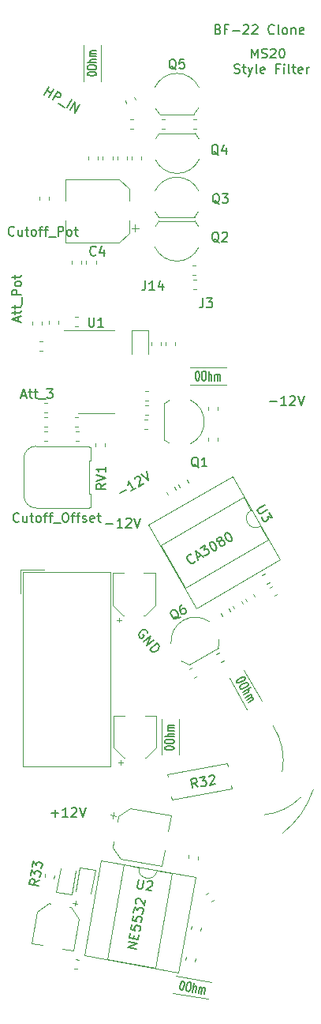
<source format=gbr>
G04 #@! TF.GenerationSoftware,KiCad,Pcbnew,(5.1.2-1)-1*
G04 #@! TF.CreationDate,2022-01-15T17:09:35-05:00*
G04 #@! TF.ProjectId,BF22 Clone,42463232-2043-46c6-9f6e-652e6b696361,rev?*
G04 #@! TF.SameCoordinates,Original*
G04 #@! TF.FileFunction,Legend,Top*
G04 #@! TF.FilePolarity,Positive*
%FSLAX46Y46*%
G04 Gerber Fmt 4.6, Leading zero omitted, Abs format (unit mm)*
G04 Created by KiCad (PCBNEW (5.1.2-1)-1) date 2022-01-15 17:09:35*
%MOMM*%
%LPD*%
G04 APERTURE LIST*
%ADD10C,0.120000*%
%ADD11C,0.150000*%
G04 APERTURE END LIST*
D10*
X44162088Y-96101022D02*
G75*
G02X40229999Y-97969999I-4502088J4401022D01*
G01*
X41177089Y-88410193D02*
G75*
G02X42169999Y-93409999I-5747089J-3739807D01*
G01*
X45491886Y-95283583D02*
G75*
G02X42199999Y-99949999I-9111886J2933583D01*
G01*
D11*
X38867142Y-16877380D02*
X38867142Y-15877380D01*
X39200476Y-16591666D01*
X39533809Y-15877380D01*
X39533809Y-16877380D01*
X39962380Y-16829761D02*
X40105238Y-16877380D01*
X40343333Y-16877380D01*
X40438571Y-16829761D01*
X40486190Y-16782142D01*
X40533809Y-16686904D01*
X40533809Y-16591666D01*
X40486190Y-16496428D01*
X40438571Y-16448809D01*
X40343333Y-16401190D01*
X40152857Y-16353571D01*
X40057619Y-16305952D01*
X40010000Y-16258333D01*
X39962380Y-16163095D01*
X39962380Y-16067857D01*
X40010000Y-15972619D01*
X40057619Y-15925000D01*
X40152857Y-15877380D01*
X40390952Y-15877380D01*
X40533809Y-15925000D01*
X40914761Y-15972619D02*
X40962380Y-15925000D01*
X41057619Y-15877380D01*
X41295714Y-15877380D01*
X41390952Y-15925000D01*
X41438571Y-15972619D01*
X41486190Y-16067857D01*
X41486190Y-16163095D01*
X41438571Y-16305952D01*
X40867142Y-16877380D01*
X41486190Y-16877380D01*
X42105238Y-15877380D02*
X42200476Y-15877380D01*
X42295714Y-15925000D01*
X42343333Y-15972619D01*
X42390952Y-16067857D01*
X42438571Y-16258333D01*
X42438571Y-16496428D01*
X42390952Y-16686904D01*
X42343333Y-16782142D01*
X42295714Y-16829761D01*
X42200476Y-16877380D01*
X42105238Y-16877380D01*
X42010000Y-16829761D01*
X41962380Y-16782142D01*
X41914761Y-16686904D01*
X41867142Y-16496428D01*
X41867142Y-16258333D01*
X41914761Y-16067857D01*
X41962380Y-15972619D01*
X42010000Y-15925000D01*
X42105238Y-15877380D01*
X37033809Y-18479761D02*
X37176666Y-18527380D01*
X37414761Y-18527380D01*
X37510000Y-18479761D01*
X37557619Y-18432142D01*
X37605238Y-18336904D01*
X37605238Y-18241666D01*
X37557619Y-18146428D01*
X37510000Y-18098809D01*
X37414761Y-18051190D01*
X37224285Y-18003571D01*
X37129047Y-17955952D01*
X37081428Y-17908333D01*
X37033809Y-17813095D01*
X37033809Y-17717857D01*
X37081428Y-17622619D01*
X37129047Y-17575000D01*
X37224285Y-17527380D01*
X37462380Y-17527380D01*
X37605238Y-17575000D01*
X37890952Y-17860714D02*
X38271904Y-17860714D01*
X38033809Y-17527380D02*
X38033809Y-18384523D01*
X38081428Y-18479761D01*
X38176666Y-18527380D01*
X38271904Y-18527380D01*
X38510000Y-17860714D02*
X38748095Y-18527380D01*
X38986190Y-17860714D02*
X38748095Y-18527380D01*
X38652857Y-18765476D01*
X38605238Y-18813095D01*
X38510000Y-18860714D01*
X39510000Y-18527380D02*
X39414761Y-18479761D01*
X39367142Y-18384523D01*
X39367142Y-17527380D01*
X40271904Y-18479761D02*
X40176666Y-18527380D01*
X39986190Y-18527380D01*
X39890952Y-18479761D01*
X39843333Y-18384523D01*
X39843333Y-18003571D01*
X39890952Y-17908333D01*
X39986190Y-17860714D01*
X40176666Y-17860714D01*
X40271904Y-17908333D01*
X40319523Y-18003571D01*
X40319523Y-18098809D01*
X39843333Y-18194047D01*
X41843333Y-18003571D02*
X41510000Y-18003571D01*
X41510000Y-18527380D02*
X41510000Y-17527380D01*
X41986190Y-17527380D01*
X42367142Y-18527380D02*
X42367142Y-17860714D01*
X42367142Y-17527380D02*
X42319523Y-17575000D01*
X42367142Y-17622619D01*
X42414761Y-17575000D01*
X42367142Y-17527380D01*
X42367142Y-17622619D01*
X42986190Y-18527380D02*
X42890952Y-18479761D01*
X42843333Y-18384523D01*
X42843333Y-17527380D01*
X43224285Y-17860714D02*
X43605238Y-17860714D01*
X43367142Y-17527380D02*
X43367142Y-18384523D01*
X43414761Y-18479761D01*
X43510000Y-18527380D01*
X43605238Y-18527380D01*
X44319523Y-18479761D02*
X44224285Y-18527380D01*
X44033809Y-18527380D01*
X43938571Y-18479761D01*
X43890952Y-18384523D01*
X43890952Y-18003571D01*
X43938571Y-17908333D01*
X44033809Y-17860714D01*
X44224285Y-17860714D01*
X44319523Y-17908333D01*
X44367142Y-18003571D01*
X44367142Y-18098809D01*
X43890952Y-18194047D01*
X44795714Y-18527380D02*
X44795714Y-17860714D01*
X44795714Y-18051190D02*
X44843333Y-17955952D01*
X44890952Y-17908333D01*
X44986190Y-17860714D01*
X45081428Y-17860714D01*
X35295238Y-13798571D02*
X35438095Y-13846190D01*
X35485714Y-13893809D01*
X35533333Y-13989047D01*
X35533333Y-14131904D01*
X35485714Y-14227142D01*
X35438095Y-14274761D01*
X35342857Y-14322380D01*
X34961904Y-14322380D01*
X34961904Y-13322380D01*
X35295238Y-13322380D01*
X35390476Y-13370000D01*
X35438095Y-13417619D01*
X35485714Y-13512857D01*
X35485714Y-13608095D01*
X35438095Y-13703333D01*
X35390476Y-13750952D01*
X35295238Y-13798571D01*
X34961904Y-13798571D01*
X36295238Y-13798571D02*
X35961904Y-13798571D01*
X35961904Y-14322380D02*
X35961904Y-13322380D01*
X36438095Y-13322380D01*
X36819047Y-13941428D02*
X37580952Y-13941428D01*
X38009523Y-13417619D02*
X38057142Y-13370000D01*
X38152380Y-13322380D01*
X38390476Y-13322380D01*
X38485714Y-13370000D01*
X38533333Y-13417619D01*
X38580952Y-13512857D01*
X38580952Y-13608095D01*
X38533333Y-13750952D01*
X37961904Y-14322380D01*
X38580952Y-14322380D01*
X38961904Y-13417619D02*
X39009523Y-13370000D01*
X39104761Y-13322380D01*
X39342857Y-13322380D01*
X39438095Y-13370000D01*
X39485714Y-13417619D01*
X39533333Y-13512857D01*
X39533333Y-13608095D01*
X39485714Y-13750952D01*
X38914285Y-14322380D01*
X39533333Y-14322380D01*
X41295238Y-14227142D02*
X41247619Y-14274761D01*
X41104761Y-14322380D01*
X41009523Y-14322380D01*
X40866666Y-14274761D01*
X40771428Y-14179523D01*
X40723809Y-14084285D01*
X40676190Y-13893809D01*
X40676190Y-13750952D01*
X40723809Y-13560476D01*
X40771428Y-13465238D01*
X40866666Y-13370000D01*
X41009523Y-13322380D01*
X41104761Y-13322380D01*
X41247619Y-13370000D01*
X41295238Y-13417619D01*
X41866666Y-14322380D02*
X41771428Y-14274761D01*
X41723809Y-14179523D01*
X41723809Y-13322380D01*
X42390476Y-14322380D02*
X42295238Y-14274761D01*
X42247619Y-14227142D01*
X42200000Y-14131904D01*
X42200000Y-13846190D01*
X42247619Y-13750952D01*
X42295238Y-13703333D01*
X42390476Y-13655714D01*
X42533333Y-13655714D01*
X42628571Y-13703333D01*
X42676190Y-13750952D01*
X42723809Y-13846190D01*
X42723809Y-14131904D01*
X42676190Y-14227142D01*
X42628571Y-14274761D01*
X42533333Y-14322380D01*
X42390476Y-14322380D01*
X43152380Y-13655714D02*
X43152380Y-14322380D01*
X43152380Y-13750952D02*
X43200000Y-13703333D01*
X43295238Y-13655714D01*
X43438095Y-13655714D01*
X43533333Y-13703333D01*
X43580952Y-13798571D01*
X43580952Y-14322380D01*
X44438095Y-14274761D02*
X44342857Y-14322380D01*
X44152380Y-14322380D01*
X44057142Y-14274761D01*
X44009523Y-14179523D01*
X44009523Y-13798571D01*
X44057142Y-13703333D01*
X44152380Y-13655714D01*
X44342857Y-13655714D01*
X44438095Y-13703333D01*
X44485714Y-13798571D01*
X44485714Y-13893809D01*
X44009523Y-13989047D01*
X17398095Y-97811428D02*
X18160000Y-97811428D01*
X17779047Y-98192380D02*
X17779047Y-97430476D01*
X19160000Y-98192380D02*
X18588571Y-98192380D01*
X18874285Y-98192380D02*
X18874285Y-97192380D01*
X18779047Y-97335238D01*
X18683809Y-97430476D01*
X18588571Y-97478095D01*
X19540952Y-97287619D02*
X19588571Y-97240000D01*
X19683809Y-97192380D01*
X19921904Y-97192380D01*
X20017142Y-97240000D01*
X20064761Y-97287619D01*
X20112380Y-97382857D01*
X20112380Y-97478095D01*
X20064761Y-97620952D01*
X19493333Y-98192380D01*
X20112380Y-98192380D01*
X20398095Y-97192380D02*
X20731428Y-98192380D01*
X21064761Y-97192380D01*
X27713279Y-78464953D02*
X27688539Y-78361387D01*
X27596712Y-78251952D01*
X27468407Y-78173126D01*
X27334233Y-78161388D01*
X27230667Y-78186127D01*
X27054145Y-78272085D01*
X26944710Y-78363911D01*
X26829406Y-78522825D01*
X26787058Y-78620522D01*
X26775319Y-78754696D01*
X26830668Y-78894740D01*
X26891886Y-78967697D01*
X27020191Y-79046523D01*
X27087278Y-79052392D01*
X27342626Y-78838129D01*
X27220191Y-78692216D01*
X27289802Y-79441915D02*
X28055846Y-78799127D01*
X27657109Y-79879654D01*
X28423154Y-79236867D01*
X27963199Y-80244437D02*
X28729243Y-79601650D01*
X28882288Y-79784041D01*
X28937636Y-79924085D01*
X28925897Y-80058260D01*
X28883550Y-80155956D01*
X28768245Y-80314870D01*
X28658810Y-80406697D01*
X28482288Y-80492654D01*
X28378723Y-80517394D01*
X28244548Y-80505655D01*
X28116243Y-80426829D01*
X27963199Y-80244437D01*
X23258095Y-66801428D02*
X24020000Y-66801428D01*
X25020000Y-67182380D02*
X24448571Y-67182380D01*
X24734285Y-67182380D02*
X24734285Y-66182380D01*
X24639047Y-66325238D01*
X24543809Y-66420476D01*
X24448571Y-66468095D01*
X25400952Y-66277619D02*
X25448571Y-66230000D01*
X25543809Y-66182380D01*
X25781904Y-66182380D01*
X25877142Y-66230000D01*
X25924761Y-66277619D01*
X25972380Y-66372857D01*
X25972380Y-66468095D01*
X25924761Y-66610952D01*
X25353333Y-67182380D01*
X25972380Y-67182380D01*
X26258095Y-66182380D02*
X26591428Y-67182380D01*
X26924761Y-66182380D01*
X13892380Y-66517142D02*
X13844761Y-66564761D01*
X13701904Y-66612380D01*
X13606666Y-66612380D01*
X13463809Y-66564761D01*
X13368571Y-66469523D01*
X13320952Y-66374285D01*
X13273333Y-66183809D01*
X13273333Y-66040952D01*
X13320952Y-65850476D01*
X13368571Y-65755238D01*
X13463809Y-65660000D01*
X13606666Y-65612380D01*
X13701904Y-65612380D01*
X13844761Y-65660000D01*
X13892380Y-65707619D01*
X14749523Y-65945714D02*
X14749523Y-66612380D01*
X14320952Y-65945714D02*
X14320952Y-66469523D01*
X14368571Y-66564761D01*
X14463809Y-66612380D01*
X14606666Y-66612380D01*
X14701904Y-66564761D01*
X14749523Y-66517142D01*
X15082857Y-65945714D02*
X15463809Y-65945714D01*
X15225714Y-65612380D02*
X15225714Y-66469523D01*
X15273333Y-66564761D01*
X15368571Y-66612380D01*
X15463809Y-66612380D01*
X15940000Y-66612380D02*
X15844761Y-66564761D01*
X15797142Y-66517142D01*
X15749523Y-66421904D01*
X15749523Y-66136190D01*
X15797142Y-66040952D01*
X15844761Y-65993333D01*
X15940000Y-65945714D01*
X16082857Y-65945714D01*
X16178095Y-65993333D01*
X16225714Y-66040952D01*
X16273333Y-66136190D01*
X16273333Y-66421904D01*
X16225714Y-66517142D01*
X16178095Y-66564761D01*
X16082857Y-66612380D01*
X15940000Y-66612380D01*
X16559047Y-65945714D02*
X16940000Y-65945714D01*
X16701904Y-66612380D02*
X16701904Y-65755238D01*
X16749523Y-65660000D01*
X16844761Y-65612380D01*
X16940000Y-65612380D01*
X17130476Y-65945714D02*
X17511428Y-65945714D01*
X17273333Y-66612380D02*
X17273333Y-65755238D01*
X17320952Y-65660000D01*
X17416190Y-65612380D01*
X17511428Y-65612380D01*
X17606666Y-66707619D02*
X18368571Y-66707619D01*
X18797142Y-65612380D02*
X18987619Y-65612380D01*
X19082857Y-65660000D01*
X19178095Y-65755238D01*
X19225714Y-65945714D01*
X19225714Y-66279047D01*
X19178095Y-66469523D01*
X19082857Y-66564761D01*
X18987619Y-66612380D01*
X18797142Y-66612380D01*
X18701904Y-66564761D01*
X18606666Y-66469523D01*
X18559047Y-66279047D01*
X18559047Y-65945714D01*
X18606666Y-65755238D01*
X18701904Y-65660000D01*
X18797142Y-65612380D01*
X19511428Y-65945714D02*
X19892380Y-65945714D01*
X19654285Y-66612380D02*
X19654285Y-65755238D01*
X19701904Y-65660000D01*
X19797142Y-65612380D01*
X19892380Y-65612380D01*
X20082857Y-65945714D02*
X20463809Y-65945714D01*
X20225714Y-66612380D02*
X20225714Y-65755238D01*
X20273333Y-65660000D01*
X20368571Y-65612380D01*
X20463809Y-65612380D01*
X20749523Y-66564761D02*
X20844761Y-66612380D01*
X21035238Y-66612380D01*
X21130476Y-66564761D01*
X21178095Y-66469523D01*
X21178095Y-66421904D01*
X21130476Y-66326666D01*
X21035238Y-66279047D01*
X20892380Y-66279047D01*
X20797142Y-66231428D01*
X20749523Y-66136190D01*
X20749523Y-66088571D01*
X20797142Y-65993333D01*
X20892380Y-65945714D01*
X21035238Y-65945714D01*
X21130476Y-65993333D01*
X21987619Y-66564761D02*
X21892380Y-66612380D01*
X21701904Y-66612380D01*
X21606666Y-66564761D01*
X21559047Y-66469523D01*
X21559047Y-66088571D01*
X21606666Y-65993333D01*
X21701904Y-65945714D01*
X21892380Y-65945714D01*
X21987619Y-65993333D01*
X22035238Y-66088571D01*
X22035238Y-66183809D01*
X21559047Y-66279047D01*
X22320952Y-65945714D02*
X22701904Y-65945714D01*
X22463809Y-65612380D02*
X22463809Y-66469523D01*
X22511428Y-66564761D01*
X22606666Y-66612380D01*
X22701904Y-66612380D01*
X32805900Y-70771199D02*
X32788471Y-70836248D01*
X32688562Y-70948916D01*
X32606084Y-70996535D01*
X32458556Y-71026724D01*
X32328459Y-70991865D01*
X32239600Y-70933195D01*
X32103123Y-70792048D01*
X32031694Y-70668330D01*
X31977695Y-70479563D01*
X31971316Y-70373275D01*
X32006175Y-70243177D01*
X32106084Y-70130509D01*
X32188562Y-70082890D01*
X32336090Y-70052701D01*
X32401139Y-70070131D01*
X33040577Y-70415766D02*
X33452970Y-70177670D01*
X33100955Y-70710821D02*
X32889630Y-69678128D01*
X33678306Y-70377487D01*
X33384502Y-69392414D02*
X33920613Y-69082890D01*
X33822414Y-69579471D01*
X33946132Y-69508043D01*
X34052420Y-69501663D01*
X34117469Y-69519093D01*
X34206327Y-69577762D01*
X34325375Y-69783959D01*
X34331755Y-69890247D01*
X34314325Y-69955295D01*
X34255656Y-70044154D01*
X34008220Y-70187011D01*
X33901932Y-70193391D01*
X33836883Y-70175961D01*
X34456724Y-68773367D02*
X34539203Y-68725747D01*
X34645491Y-68719368D01*
X34710540Y-68736798D01*
X34799398Y-68795467D01*
X34935875Y-68936614D01*
X35054923Y-69142811D01*
X35108922Y-69331578D01*
X35115302Y-69437866D01*
X35097872Y-69502915D01*
X35039203Y-69591773D01*
X34956724Y-69639392D01*
X34850436Y-69645772D01*
X34785387Y-69628342D01*
X34696529Y-69569673D01*
X34560051Y-69428525D01*
X34441004Y-69222329D01*
X34387005Y-69033562D01*
X34380625Y-68927274D01*
X34398055Y-68862225D01*
X34456724Y-68773367D01*
X35454557Y-68692139D02*
X35348268Y-68698519D01*
X35283220Y-68681089D01*
X35194361Y-68622420D01*
X35170552Y-68581181D01*
X35164172Y-68474893D01*
X35181602Y-68409844D01*
X35240271Y-68320986D01*
X35405228Y-68225747D01*
X35511516Y-68219368D01*
X35576565Y-68236798D01*
X35665423Y-68295467D01*
X35689233Y-68336706D01*
X35695613Y-68442994D01*
X35678183Y-68508043D01*
X35619514Y-68596901D01*
X35454557Y-68692139D01*
X35395887Y-68780998D01*
X35378458Y-68846047D01*
X35384837Y-68952335D01*
X35480076Y-69117292D01*
X35568934Y-69175961D01*
X35633983Y-69193391D01*
X35740271Y-69187011D01*
X35905228Y-69091773D01*
X35963897Y-69002915D01*
X35981327Y-68937866D01*
X35974947Y-68831578D01*
X35879709Y-68666620D01*
X35790851Y-68607951D01*
X35725802Y-68590521D01*
X35619514Y-68596901D01*
X36106296Y-67820986D02*
X36188775Y-67773367D01*
X36295063Y-67766987D01*
X36360112Y-67784417D01*
X36448970Y-67843086D01*
X36585448Y-67984233D01*
X36704495Y-68190430D01*
X36758494Y-68379197D01*
X36764874Y-68485485D01*
X36747444Y-68550534D01*
X36688775Y-68639392D01*
X36606296Y-68687011D01*
X36500008Y-68693391D01*
X36434959Y-68675961D01*
X36346101Y-68617292D01*
X36209624Y-68476144D01*
X36090576Y-68269948D01*
X36036577Y-68081181D01*
X36030197Y-67974893D01*
X36047627Y-67909844D01*
X36106296Y-67820986D01*
X14183333Y-53056666D02*
X14659523Y-53056666D01*
X14088095Y-53342380D02*
X14421428Y-52342380D01*
X14754761Y-53342380D01*
X14945238Y-52675714D02*
X15326190Y-52675714D01*
X15088095Y-52342380D02*
X15088095Y-53199523D01*
X15135714Y-53294761D01*
X15230952Y-53342380D01*
X15326190Y-53342380D01*
X15516666Y-52675714D02*
X15897619Y-52675714D01*
X15659523Y-52342380D02*
X15659523Y-53199523D01*
X15707142Y-53294761D01*
X15802380Y-53342380D01*
X15897619Y-53342380D01*
X15992857Y-53437619D02*
X16754761Y-53437619D01*
X16897619Y-52342380D02*
X17516666Y-52342380D01*
X17183333Y-52723333D01*
X17326190Y-52723333D01*
X17421428Y-52770952D01*
X17469047Y-52818571D01*
X17516666Y-52913809D01*
X17516666Y-53151904D01*
X17469047Y-53247142D01*
X17421428Y-53294761D01*
X17326190Y-53342380D01*
X17040476Y-53342380D01*
X16945238Y-53294761D01*
X16897619Y-53247142D01*
X13856666Y-45088571D02*
X13856666Y-44612380D01*
X14142380Y-45183809D02*
X13142380Y-44850476D01*
X14142380Y-44517142D01*
X13475714Y-44326666D02*
X13475714Y-43945714D01*
X13142380Y-44183809D02*
X13999523Y-44183809D01*
X14094761Y-44136190D01*
X14142380Y-44040952D01*
X14142380Y-43945714D01*
X13475714Y-43755238D02*
X13475714Y-43374285D01*
X13142380Y-43612380D02*
X13999523Y-43612380D01*
X14094761Y-43564761D01*
X14142380Y-43469523D01*
X14142380Y-43374285D01*
X14237619Y-43279047D02*
X14237619Y-42517142D01*
X14142380Y-42279047D02*
X13142380Y-42279047D01*
X13142380Y-41898095D01*
X13190000Y-41802857D01*
X13237619Y-41755238D01*
X13332857Y-41707619D01*
X13475714Y-41707619D01*
X13570952Y-41755238D01*
X13618571Y-41802857D01*
X13666190Y-41898095D01*
X13666190Y-42279047D01*
X14142380Y-41136190D02*
X14094761Y-41231428D01*
X14047142Y-41279047D01*
X13951904Y-41326666D01*
X13666190Y-41326666D01*
X13570952Y-41279047D01*
X13523333Y-41231428D01*
X13475714Y-41136190D01*
X13475714Y-40993333D01*
X13523333Y-40898095D01*
X13570952Y-40850476D01*
X13666190Y-40802857D01*
X13951904Y-40802857D01*
X14047142Y-40850476D01*
X14094761Y-40898095D01*
X14142380Y-40993333D01*
X14142380Y-41136190D01*
X13475714Y-40517142D02*
X13475714Y-40136190D01*
X13142380Y-40374285D02*
X13999523Y-40374285D01*
X14094761Y-40326666D01*
X14142380Y-40231428D01*
X14142380Y-40136190D01*
X13388571Y-35847142D02*
X13340952Y-35894761D01*
X13198095Y-35942380D01*
X13102857Y-35942380D01*
X12960000Y-35894761D01*
X12864761Y-35799523D01*
X12817142Y-35704285D01*
X12769523Y-35513809D01*
X12769523Y-35370952D01*
X12817142Y-35180476D01*
X12864761Y-35085238D01*
X12960000Y-34990000D01*
X13102857Y-34942380D01*
X13198095Y-34942380D01*
X13340952Y-34990000D01*
X13388571Y-35037619D01*
X14245714Y-35275714D02*
X14245714Y-35942380D01*
X13817142Y-35275714D02*
X13817142Y-35799523D01*
X13864761Y-35894761D01*
X13960000Y-35942380D01*
X14102857Y-35942380D01*
X14198095Y-35894761D01*
X14245714Y-35847142D01*
X14579047Y-35275714D02*
X14960000Y-35275714D01*
X14721904Y-34942380D02*
X14721904Y-35799523D01*
X14769523Y-35894761D01*
X14864761Y-35942380D01*
X14960000Y-35942380D01*
X15436190Y-35942380D02*
X15340952Y-35894761D01*
X15293333Y-35847142D01*
X15245714Y-35751904D01*
X15245714Y-35466190D01*
X15293333Y-35370952D01*
X15340952Y-35323333D01*
X15436190Y-35275714D01*
X15579047Y-35275714D01*
X15674285Y-35323333D01*
X15721904Y-35370952D01*
X15769523Y-35466190D01*
X15769523Y-35751904D01*
X15721904Y-35847142D01*
X15674285Y-35894761D01*
X15579047Y-35942380D01*
X15436190Y-35942380D01*
X16055238Y-35275714D02*
X16436190Y-35275714D01*
X16198095Y-35942380D02*
X16198095Y-35085238D01*
X16245714Y-34990000D01*
X16340952Y-34942380D01*
X16436190Y-34942380D01*
X16626666Y-35275714D02*
X17007619Y-35275714D01*
X16769523Y-35942380D02*
X16769523Y-35085238D01*
X16817142Y-34990000D01*
X16912380Y-34942380D01*
X17007619Y-34942380D01*
X17102857Y-36037619D02*
X17864761Y-36037619D01*
X18102857Y-35942380D02*
X18102857Y-34942380D01*
X18483809Y-34942380D01*
X18579047Y-34990000D01*
X18626666Y-35037619D01*
X18674285Y-35132857D01*
X18674285Y-35275714D01*
X18626666Y-35370952D01*
X18579047Y-35418571D01*
X18483809Y-35466190D01*
X18102857Y-35466190D01*
X19245714Y-35942380D02*
X19150476Y-35894761D01*
X19102857Y-35847142D01*
X19055238Y-35751904D01*
X19055238Y-35466190D01*
X19102857Y-35370952D01*
X19150476Y-35323333D01*
X19245714Y-35275714D01*
X19388571Y-35275714D01*
X19483809Y-35323333D01*
X19531428Y-35370952D01*
X19579047Y-35466190D01*
X19579047Y-35751904D01*
X19531428Y-35847142D01*
X19483809Y-35894761D01*
X19388571Y-35942380D01*
X19245714Y-35942380D01*
X19864761Y-35275714D02*
X20245714Y-35275714D01*
X20007619Y-34942380D02*
X20007619Y-35799523D01*
X20055238Y-35894761D01*
X20150476Y-35942380D01*
X20245714Y-35942380D01*
X16603617Y-20807487D02*
X17103617Y-19941462D01*
X16865522Y-20353855D02*
X17360394Y-20639569D01*
X17098489Y-21093201D02*
X17598489Y-20227176D01*
X17510882Y-21331297D02*
X18010882Y-20465271D01*
X18340796Y-20655747D01*
X18399465Y-20744606D01*
X18416895Y-20809655D01*
X18410515Y-20915943D01*
X18339087Y-21039661D01*
X18250229Y-21098330D01*
X18185180Y-21115760D01*
X18078892Y-21109380D01*
X17748977Y-20918904D01*
X18123092Y-21794728D02*
X18782921Y-22175680D01*
X19036736Y-22212249D02*
X19536736Y-21346224D01*
X19449129Y-22450344D02*
X19949129Y-21584319D01*
X19944001Y-22736059D01*
X20444001Y-21870033D01*
X26546580Y-112331261D02*
X25561773Y-112157613D01*
X26645808Y-111768514D01*
X25661000Y-111594865D01*
X26212646Y-111208599D02*
X26270529Y-110880330D01*
X26811187Y-110830601D02*
X26728498Y-111299557D01*
X25743690Y-111125909D01*
X25826379Y-110656953D01*
X25983490Y-109765937D02*
X25900800Y-110234893D01*
X26361487Y-110364478D01*
X26322861Y-110309313D01*
X26292503Y-110207253D01*
X26333848Y-109972775D01*
X26397281Y-109887253D01*
X26452446Y-109848626D01*
X26554506Y-109818269D01*
X26788984Y-109859613D01*
X26874506Y-109923047D01*
X26913133Y-109978212D01*
X26943491Y-110080272D01*
X26902146Y-110314750D01*
X26838712Y-110400272D01*
X26783548Y-110438899D01*
X26148869Y-108828025D02*
X26066179Y-109296981D01*
X26526866Y-109426566D01*
X26488240Y-109371401D01*
X26457882Y-109269341D01*
X26499227Y-109034863D01*
X26562660Y-108949341D01*
X26617825Y-108910714D01*
X26719885Y-108880356D01*
X26954363Y-108921701D01*
X27039885Y-108985135D01*
X27078512Y-109040299D01*
X27108870Y-109142360D01*
X27067525Y-109376838D01*
X27004091Y-109462360D01*
X26948927Y-109500986D01*
X26215021Y-108452860D02*
X26322517Y-107843217D01*
X26639799Y-108237638D01*
X26664606Y-108096951D01*
X26728040Y-108011429D01*
X26783204Y-107972802D01*
X26885264Y-107942444D01*
X27119742Y-107983789D01*
X27205265Y-108047223D01*
X27243891Y-108102387D01*
X27274249Y-108204447D01*
X27224635Y-108485821D01*
X27161202Y-108571343D01*
X27106037Y-108609970D01*
X26482460Y-107484590D02*
X26443833Y-107429425D01*
X26413476Y-107327365D01*
X26454820Y-107092887D01*
X26518254Y-107007365D01*
X26573419Y-106968738D01*
X26675479Y-106938380D01*
X26769270Y-106954918D01*
X26901688Y-107026621D01*
X27365208Y-107688596D01*
X27472704Y-107078953D01*
D10*
X17662512Y-104787226D02*
X17721992Y-104449896D01*
X16658008Y-104610104D02*
X16717488Y-104272774D01*
X29839663Y-93610242D02*
X29896967Y-93935229D01*
X36280306Y-92474583D02*
X29839663Y-93610242D01*
X36337610Y-92799570D02*
X36280306Y-92474583D01*
X30315459Y-96308616D02*
X30258155Y-95983629D01*
X36756102Y-95172957D02*
X30315459Y-96308616D01*
X36698798Y-94847970D02*
X36756102Y-95172957D01*
X26373750Y-35501250D02*
X26373750Y-34713750D01*
X26767500Y-35107500D02*
X25980000Y-35107500D01*
X25740000Y-30914437D02*
X24675563Y-29850000D01*
X25740000Y-35605563D02*
X24675563Y-36670000D01*
X25740000Y-35605563D02*
X25740000Y-34320000D01*
X25740000Y-30914437D02*
X25740000Y-32200000D01*
X24675563Y-29850000D02*
X18920000Y-29850000D01*
X24675563Y-36670000D02*
X18920000Y-36670000D01*
X18920000Y-36670000D02*
X18920000Y-34320000D01*
X18920000Y-29850000D02*
X18920000Y-32200000D01*
X30430824Y-117053685D02*
X34212486Y-117720494D01*
X30750337Y-115241639D02*
X34531999Y-115908448D01*
X29230000Y-87710000D02*
X29230000Y-91550000D01*
X31070000Y-87710000D02*
X31070000Y-91550000D01*
X20880000Y-15530000D02*
X20880000Y-19370000D01*
X22720000Y-15530000D02*
X22720000Y-19370000D01*
X32290000Y-51900000D02*
X36130000Y-51900000D01*
X32290000Y-50060000D02*
X36130000Y-50060000D01*
X39996743Y-85753064D02*
X38076743Y-82427527D01*
X38403257Y-86673064D02*
X36483257Y-83347527D01*
X35399692Y-79202008D02*
G75*
G02X35309338Y-80093878I-2574199J-189723D01*
G01*
X34316792Y-77261936D02*
G75*
G03X31525493Y-77140065I-1491299J-2129795D01*
G01*
X30235387Y-79618336D02*
G75*
G02X31525493Y-77140065I2590106J226605D01*
G01*
X31374088Y-81526192D02*
G75*
G03X32191647Y-81893878I1451405J2134461D01*
G01*
X32191647Y-81893878D02*
X35309338Y-80093878D01*
X33184184Y-22242795D02*
G75*
G02X32660000Y-22970000I-2324184J1122795D01*
G01*
X33216400Y-20021193D02*
G75*
G03X30860000Y-18520000I-2356400J-1098807D01*
G01*
X28503600Y-20021193D02*
G75*
G02X30860000Y-18520000I2356400J-1098807D01*
G01*
X28535816Y-22242795D02*
G75*
G03X29060000Y-22970000I2324184J1122795D01*
G01*
X29060000Y-22970000D02*
X32660000Y-22970000D01*
X41953943Y-70622675D02*
X36813943Y-61719934D01*
X32947279Y-75822675D02*
X41953943Y-70622675D01*
X27807279Y-66919934D02*
X32947279Y-75822675D01*
X36813943Y-61719934D02*
X27807279Y-66919934D01*
X40656982Y-68496272D02*
X39831982Y-67067330D01*
X31754241Y-73636272D02*
X40656982Y-68496272D01*
X29104241Y-69046337D02*
X31754241Y-73636272D01*
X38006982Y-63906337D02*
X29104241Y-69046337D01*
X38831982Y-65335279D02*
X38006982Y-63906337D01*
X39831982Y-67067331D02*
G75*
G02X38831982Y-65335279I-500000J866026D01*
G01*
X14430000Y-62300000D02*
X14430000Y-61280000D01*
X21200000Y-58480000D02*
X19280000Y-58480000D01*
X20760000Y-65100000D02*
X19720000Y-65100000D01*
X21650000Y-58580000D02*
X21650000Y-60000000D01*
X21450000Y-60000000D02*
X21450000Y-63580000D01*
X21450000Y-63580000D02*
X21650000Y-63580000D01*
X21650000Y-63580000D02*
X21650000Y-65000000D01*
X21650000Y-65000000D02*
X21450000Y-65000000D01*
X14430000Y-61280000D02*
X14430000Y-59790000D01*
X15740000Y-58480000D02*
X19280000Y-58480000D01*
X19720000Y-65100000D02*
X15740000Y-65100000D01*
X14430000Y-63790000D02*
X14430000Y-62300000D01*
X14430000Y-59790000D02*
G75*
G02X15740000Y-58480000I1310000J0D01*
G01*
X15740000Y-65100000D02*
G75*
G02X14430000Y-63790000I0J1310000D01*
G01*
X21450000Y-60000000D02*
X21650000Y-60000000D01*
X21650000Y-58580000D02*
X21450000Y-58580000D01*
X21450000Y-58580000D02*
X21450000Y-58480000D01*
X21450000Y-58480000D02*
X21200000Y-58480000D01*
X21450000Y-65000000D02*
X21450000Y-65100000D01*
X21450000Y-65100000D02*
X20760000Y-65100000D01*
X24440000Y-77090000D02*
X24940000Y-77090000D01*
X24690000Y-77340000D02*
X24690000Y-76840000D01*
X27445563Y-76600000D02*
X28510000Y-75535563D01*
X25054437Y-76600000D02*
X23990000Y-75535563D01*
X25054437Y-76600000D02*
X25190000Y-76600000D01*
X27445563Y-76600000D02*
X27310000Y-76600000D01*
X28510000Y-75535563D02*
X28510000Y-72080000D01*
X23990000Y-75535563D02*
X23990000Y-72080000D01*
X23990000Y-72080000D02*
X25190000Y-72080000D01*
X28510000Y-72080000D02*
X27310000Y-72080000D01*
X24540000Y-92350000D02*
X25040000Y-92350000D01*
X24790000Y-92600000D02*
X24790000Y-92100000D01*
X27545563Y-91860000D02*
X28610000Y-90795563D01*
X25154437Y-91860000D02*
X24090000Y-90795563D01*
X25154437Y-91860000D02*
X25290000Y-91860000D01*
X27545563Y-91860000D02*
X27410000Y-91860000D01*
X28610000Y-90795563D02*
X28610000Y-87340000D01*
X24090000Y-90795563D02*
X24090000Y-87340000D01*
X24090000Y-87340000D02*
X25290000Y-87340000D01*
X28610000Y-87340000D02*
X27410000Y-87340000D01*
X24092196Y-97742587D02*
X23983665Y-98358092D01*
X23730178Y-97996074D02*
X24345683Y-98104604D01*
X23995008Y-101475485D02*
X24858436Y-102708588D01*
X24583871Y-98135877D02*
X25816974Y-97272449D01*
X24583871Y-98135877D02*
X24473507Y-98761785D01*
X23995008Y-101475485D02*
X24105373Y-100849577D01*
X24858436Y-102708588D02*
X29246309Y-103482288D01*
X25816974Y-97272449D02*
X30204847Y-98046150D01*
X30204847Y-98046150D02*
X29909645Y-99720323D01*
X29246309Y-103482288D02*
X29541511Y-101808115D01*
X20169483Y-107507262D02*
X19677079Y-107420438D01*
X19966693Y-107217648D02*
X19879869Y-107710052D01*
X17124493Y-107467907D02*
X15891390Y-108331335D01*
X19479293Y-107883122D02*
X20342721Y-109116225D01*
X19479293Y-107883122D02*
X19345789Y-107859582D01*
X17124493Y-107467907D02*
X17257997Y-107491447D01*
X15891390Y-108331335D02*
X15291338Y-111734401D01*
X20342721Y-109116225D02*
X19742669Y-112519290D01*
X19742669Y-112519290D02*
X18560899Y-112310913D01*
X15291338Y-111734401D02*
X16473107Y-111942778D01*
X20301267Y-56930000D02*
X19958733Y-56930000D01*
X20301267Y-57950000D02*
X19958733Y-57950000D01*
X32568733Y-40150000D02*
X32911267Y-40150000D01*
X32568733Y-39130000D02*
X32911267Y-39130000D01*
X29198733Y-23450000D02*
X29541267Y-23450000D01*
X29198733Y-24470000D02*
X29541267Y-24470000D01*
X40317107Y-72145054D02*
X40020463Y-72316321D01*
X40827107Y-73028399D02*
X40530463Y-73199666D01*
X39254687Y-74607425D02*
X39083420Y-74310781D01*
X38371342Y-75117425D02*
X38200075Y-74820781D01*
X34859020Y-107090594D02*
X34596624Y-107310771D01*
X34203376Y-106309229D02*
X33940980Y-106529406D01*
X27750000Y-46020000D02*
X26050000Y-46020000D01*
X26050000Y-46020000D02*
X26050000Y-48570000D01*
X27750000Y-46020000D02*
X27750000Y-48570000D01*
X22082359Y-103914852D02*
X21639556Y-106426112D01*
X20408186Y-103619650D02*
X19965383Y-106130910D01*
X22082359Y-103914852D02*
X20408186Y-103619650D01*
X17917625Y-106226778D02*
X19591798Y-106521980D01*
X19591798Y-106521980D02*
X20034601Y-104010720D01*
X17917625Y-106226778D02*
X18360428Y-103715518D01*
X23715000Y-71970000D02*
X23715000Y-92830000D01*
X23715000Y-92830000D02*
X14365000Y-92830000D01*
X14365000Y-92830000D02*
X14365000Y-71970000D01*
X14365000Y-71970000D02*
X23715000Y-71970000D01*
X14115000Y-71720000D02*
X14115000Y-74260000D01*
X14115000Y-71720000D02*
X16655000Y-71720000D01*
X30087736Y-58182383D02*
G75*
G02X29500000Y-57790000I1112264J2302383D01*
G01*
X32298807Y-58236400D02*
G75*
G03X33800000Y-55880000I-1098807J2356400D01*
G01*
X32298807Y-53523600D02*
G75*
G02X33800000Y-55880000I-1098807J-2356400D01*
G01*
X30077955Y-53557369D02*
G75*
G03X29500000Y-53940000I1122045J-2322631D01*
G01*
X29500000Y-53940000D02*
X29500000Y-57790000D01*
X32800000Y-34350000D02*
X28950000Y-34350000D01*
X33182631Y-34927955D02*
G75*
G03X32800000Y-34350000I-2322631J-1122045D01*
G01*
X33216400Y-37148807D02*
G75*
G02X30860000Y-38650000I-2356400J1098807D01*
G01*
X28503600Y-37148807D02*
G75*
G03X30860000Y-38650000I2356400J1098807D01*
G01*
X28557617Y-34937736D02*
G75*
G02X28950000Y-34350000I2302383J-1112264D01*
G01*
X28915001Y-33945000D02*
X32765001Y-33945000D01*
X28532370Y-33367045D02*
G75*
G03X28915001Y-33945000I2322631J1122045D01*
G01*
X28498601Y-31146193D02*
G75*
G02X30855001Y-29645000I2356400J-1098807D01*
G01*
X33211401Y-31146193D02*
G75*
G03X30855001Y-29645000I-2356400J-1098807D01*
G01*
X33157384Y-33357264D02*
G75*
G02X32765001Y-33945000I-2302383J1112264D01*
G01*
X28587617Y-25537736D02*
G75*
G02X28980000Y-24950000I2302383J-1112264D01*
G01*
X28533600Y-27748807D02*
G75*
G03X30890000Y-29250000I2356400J1098807D01*
G01*
X33246400Y-27748807D02*
G75*
G02X30890000Y-29250000I-2356400J1098807D01*
G01*
X33212631Y-25527955D02*
G75*
G03X32830000Y-24950000I-2322631J-1122045D01*
G01*
X32830000Y-24950000D02*
X28980000Y-24950000D01*
X16931267Y-54860000D02*
X16588733Y-54860000D01*
X16931267Y-53840000D02*
X16588733Y-53840000D01*
X16931267Y-55370000D02*
X16588733Y-55370000D01*
X16931267Y-56390000D02*
X16588733Y-56390000D01*
X16573733Y-57940000D02*
X16916267Y-57940000D01*
X16573733Y-56920000D02*
X16916267Y-56920000D01*
X16330000Y-45451267D02*
X16330000Y-45108733D01*
X15310000Y-45451267D02*
X15310000Y-45108733D01*
X16411267Y-47230000D02*
X16068733Y-47230000D01*
X16411267Y-48250000D02*
X16068733Y-48250000D01*
X17090000Y-45421267D02*
X17090000Y-45078733D01*
X18110000Y-45421267D02*
X18110000Y-45078733D01*
X20231267Y-45600000D02*
X19888733Y-45600000D01*
X20231267Y-44580000D02*
X19888733Y-44580000D01*
X20291267Y-56410000D02*
X19948733Y-56410000D01*
X20291267Y-55390000D02*
X19948733Y-55390000D01*
X22100000Y-58541267D02*
X22100000Y-58198733D01*
X23120000Y-58541267D02*
X23120000Y-58198733D01*
X27438733Y-53580000D02*
X27781267Y-53580000D01*
X27438733Y-52560000D02*
X27781267Y-52560000D01*
X27418733Y-55110000D02*
X27761267Y-55110000D01*
X27418733Y-54090000D02*
X27761267Y-54090000D01*
X27741267Y-56640000D02*
X27398733Y-56640000D01*
X27741267Y-55620000D02*
X27398733Y-55620000D01*
X34240000Y-57608733D02*
X34240000Y-57951267D01*
X35260000Y-57608733D02*
X35260000Y-57951267D01*
X34230000Y-54581267D02*
X34230000Y-54238733D01*
X35250000Y-54581267D02*
X35250000Y-54238733D01*
X22160000Y-38911267D02*
X22160000Y-38568733D01*
X21140000Y-38911267D02*
X21140000Y-38568733D01*
X19610000Y-38921267D02*
X19610000Y-38578733D01*
X20630000Y-38921267D02*
X20630000Y-38578733D01*
X32921267Y-40650000D02*
X32578733Y-40650000D01*
X32921267Y-41670000D02*
X32578733Y-41670000D01*
X25808733Y-23440000D02*
X26151267Y-23440000D01*
X25808733Y-24460000D02*
X26151267Y-24460000D01*
X21390000Y-27408733D02*
X21390000Y-27751267D01*
X22410000Y-27408733D02*
X22410000Y-27751267D01*
X16120000Y-32111267D02*
X16120000Y-31768733D01*
X17140000Y-32111267D02*
X17140000Y-31768733D01*
X25342180Y-21403492D02*
X25459334Y-21725369D01*
X26300666Y-21054631D02*
X26417820Y-21376508D01*
X32941267Y-24480000D02*
X32598733Y-24480000D01*
X32941267Y-23460000D02*
X32598733Y-23460000D01*
X25480000Y-27398733D02*
X25480000Y-27741267D01*
X24460000Y-27398733D02*
X24460000Y-27741267D01*
X22920000Y-27408733D02*
X22920000Y-27751267D01*
X23940000Y-27408733D02*
X23940000Y-27751267D01*
X41600765Y-74348417D02*
X41304121Y-74519684D01*
X41090765Y-73465072D02*
X40794121Y-73636339D01*
X27000000Y-27388733D02*
X27000000Y-27731267D01*
X25980000Y-27388733D02*
X25980000Y-27731267D01*
X29180000Y-47298733D02*
X29180000Y-47641267D01*
X28160000Y-47298733D02*
X28160000Y-47641267D01*
X29690000Y-47298733D02*
X29690000Y-47641267D01*
X30710000Y-47298733D02*
X30710000Y-47641267D01*
X19822774Y-114442512D02*
X20160104Y-114501992D01*
X19999896Y-113438008D02*
X20337226Y-113497488D01*
X30591799Y-62862860D02*
X30763066Y-63159504D01*
X29708454Y-63372860D02*
X29879721Y-63669504D01*
X31903157Y-62094201D02*
X32074424Y-62390845D01*
X31019812Y-62604201D02*
X31191079Y-62900845D01*
X37758401Y-75075781D02*
X37929668Y-75372425D01*
X36875056Y-75585781D02*
X37046323Y-75882425D01*
X32803163Y-113716680D02*
X32862643Y-113379350D01*
X31798659Y-113539558D02*
X31858139Y-113202228D01*
X35722643Y-76669746D02*
X35551376Y-76373102D01*
X36605988Y-76159746D02*
X36434721Y-75863102D01*
X33370398Y-110384557D02*
X33429878Y-110047227D01*
X32365894Y-110207435D02*
X32425374Y-109870105D01*
X32478365Y-82247956D02*
X32181721Y-82419223D01*
X32988365Y-83131301D02*
X32691721Y-83302568D01*
X35100228Y-80734223D02*
X35396872Y-80562956D01*
X35610228Y-81617568D02*
X35906872Y-81446301D01*
X33083175Y-102799446D02*
X33142655Y-102462116D01*
X32078671Y-102622324D02*
X32138151Y-102284994D01*
X22170000Y-54945000D02*
X24120000Y-54945000D01*
X22170000Y-54945000D02*
X20220000Y-54945000D01*
X22170000Y-46075000D02*
X24120000Y-46075000D01*
X22170000Y-46075000D02*
X18720000Y-46075000D01*
X28747032Y-103952736D02*
G75*
G02X26777416Y-103605440I-984808J173648D01*
G01*
X26777416Y-103605440D02*
X25152483Y-103318921D01*
X25152483Y-103318921D02*
X23367380Y-113442744D01*
X23367380Y-113442744D02*
X28586861Y-114363080D01*
X28586861Y-114363080D02*
X30371964Y-104239256D01*
X30371964Y-104239256D02*
X28747031Y-103952736D01*
X22710731Y-102827448D02*
X20904790Y-113069449D01*
X20904790Y-113069449D02*
X31028613Y-114854552D01*
X31028613Y-114854552D02*
X32834554Y-104612551D01*
X32834554Y-104612551D02*
X22710731Y-102827448D01*
D11*
X16115602Y-104993328D02*
X15588763Y-105238908D01*
X16016374Y-105556076D02*
X15031567Y-105382427D01*
X15097718Y-105007263D01*
X15161152Y-104921740D01*
X15216316Y-104883114D01*
X15318376Y-104852756D01*
X15459063Y-104877563D01*
X15544586Y-104940996D01*
X15583212Y-104996161D01*
X15613570Y-105098221D01*
X15547418Y-105473386D01*
X15188677Y-104491411D02*
X15296173Y-103881768D01*
X15613455Y-104276189D01*
X15638262Y-104135502D01*
X15701696Y-104049980D01*
X15756860Y-104011353D01*
X15858921Y-103980996D01*
X16093399Y-104022340D01*
X16178921Y-104085774D01*
X16217547Y-104140938D01*
X16247905Y-104242999D01*
X16198291Y-104524372D01*
X16134858Y-104609895D01*
X16079693Y-104648521D01*
X15354056Y-103553499D02*
X15461552Y-102943856D01*
X15778835Y-103338277D01*
X15803641Y-103197590D01*
X15867075Y-103112068D01*
X15922240Y-103073441D01*
X16024300Y-103043083D01*
X16258778Y-103084428D01*
X16344300Y-103147862D01*
X16382927Y-103203026D01*
X16413284Y-103305086D01*
X16363671Y-103586460D01*
X16300237Y-103671982D01*
X16245073Y-103710609D01*
X33125464Y-95017139D02*
X32714505Y-94606065D01*
X32562717Y-95116366D02*
X32389068Y-94131559D01*
X32764233Y-94065407D01*
X32866293Y-94095765D01*
X32921458Y-94134391D01*
X32984892Y-94219913D01*
X33009698Y-94360600D01*
X32979341Y-94462660D01*
X32940714Y-94517825D01*
X32855192Y-94581259D01*
X32480027Y-94647410D01*
X33280085Y-93974448D02*
X33889728Y-93866952D01*
X33627610Y-94299999D01*
X33768297Y-94275192D01*
X33870357Y-94305550D01*
X33925522Y-94344177D01*
X33988955Y-94429699D01*
X34030300Y-94664177D01*
X33999943Y-94766237D01*
X33961316Y-94821402D01*
X33875794Y-94884835D01*
X33594420Y-94934449D01*
X33492360Y-94904091D01*
X33437195Y-94865465D01*
X34281431Y-93894591D02*
X34320057Y-93839427D01*
X34405580Y-93775993D01*
X34640058Y-93734648D01*
X34742118Y-93765006D01*
X34797282Y-93803633D01*
X34860716Y-93889155D01*
X34877254Y-93982946D01*
X34855165Y-94131902D01*
X34391645Y-94793877D01*
X35001288Y-94686380D01*
X22163333Y-37967142D02*
X22115714Y-38014761D01*
X21972857Y-38062380D01*
X21877619Y-38062380D01*
X21734761Y-38014761D01*
X21639523Y-37919523D01*
X21591904Y-37824285D01*
X21544285Y-37633809D01*
X21544285Y-37490952D01*
X21591904Y-37300476D01*
X21639523Y-37205238D01*
X21734761Y-37110000D01*
X21877619Y-37062380D01*
X21972857Y-37062380D01*
X22115714Y-37110000D01*
X22163333Y-37157619D01*
X23020476Y-37395714D02*
X23020476Y-38062380D01*
X22782380Y-37014761D02*
X22544285Y-37729047D01*
X23163333Y-37729047D01*
X31489737Y-115775216D02*
X31555391Y-115786793D01*
X31612775Y-115845265D01*
X31637333Y-115897949D01*
X31653622Y-115997528D01*
X31653373Y-116190899D01*
X31612029Y-116425377D01*
X31546126Y-116607171D01*
X31496761Y-116695174D01*
X31455665Y-116736282D01*
X31381742Y-116771601D01*
X31316089Y-116760024D01*
X31258704Y-116701552D01*
X31234146Y-116648868D01*
X31217857Y-116549289D01*
X31218106Y-116355918D01*
X31259450Y-116121440D01*
X31325353Y-115939646D01*
X31374718Y-115851643D01*
X31415814Y-115810535D01*
X31489737Y-115775216D01*
X32146275Y-115890982D02*
X32277583Y-115914135D01*
X32334968Y-115972607D01*
X32384084Y-116077975D01*
X32383835Y-116271345D01*
X32325952Y-116599615D01*
X32260049Y-116781409D01*
X32177858Y-116863624D01*
X32103935Y-116898943D01*
X31972627Y-116875790D01*
X31915242Y-116817317D01*
X31866126Y-116711950D01*
X31866375Y-116518579D01*
X31924258Y-116190310D01*
X31990161Y-116008516D01*
X32072352Y-115926301D01*
X32146275Y-115890982D01*
X32563512Y-116979978D02*
X32737160Y-115995171D01*
X32858954Y-117032073D02*
X32949913Y-116516221D01*
X32933624Y-116416642D01*
X32876239Y-116358170D01*
X32777758Y-116340805D01*
X32703835Y-116376124D01*
X32662739Y-116417231D01*
X33187223Y-117089956D02*
X33302989Y-116433417D01*
X33286451Y-116527208D02*
X33327547Y-116486101D01*
X33401469Y-116450782D01*
X33499950Y-116468147D01*
X33557335Y-116526619D01*
X33573624Y-116626198D01*
X33482666Y-117142050D01*
X33573624Y-116626198D02*
X33622989Y-116538195D01*
X33696912Y-116502876D01*
X33795393Y-116520241D01*
X33852777Y-116578713D01*
X33869066Y-116678293D01*
X33778108Y-117194145D01*
X29552380Y-90863333D02*
X29552380Y-90796666D01*
X29600000Y-90730000D01*
X29647619Y-90696666D01*
X29742857Y-90663333D01*
X29933333Y-90630000D01*
X30171428Y-90630000D01*
X30361904Y-90663333D01*
X30457142Y-90696666D01*
X30504761Y-90730000D01*
X30552380Y-90796666D01*
X30552380Y-90863333D01*
X30504761Y-90930000D01*
X30457142Y-90963333D01*
X30361904Y-90996666D01*
X30171428Y-91030000D01*
X29933333Y-91030000D01*
X29742857Y-90996666D01*
X29647619Y-90963333D01*
X29600000Y-90930000D01*
X29552380Y-90863333D01*
X29552380Y-90196666D02*
X29552380Y-90063333D01*
X29600000Y-89996666D01*
X29695238Y-89930000D01*
X29885714Y-89896666D01*
X30219047Y-89896666D01*
X30409523Y-89930000D01*
X30504761Y-89996666D01*
X30552380Y-90063333D01*
X30552380Y-90196666D01*
X30504761Y-90263333D01*
X30409523Y-90330000D01*
X30219047Y-90363333D01*
X29885714Y-90363333D01*
X29695238Y-90330000D01*
X29600000Y-90263333D01*
X29552380Y-90196666D01*
X30552380Y-89596666D02*
X29552380Y-89596666D01*
X30552380Y-89296666D02*
X30028571Y-89296666D01*
X29933333Y-89330000D01*
X29885714Y-89396666D01*
X29885714Y-89496666D01*
X29933333Y-89563333D01*
X29980952Y-89596666D01*
X30552380Y-88963333D02*
X29885714Y-88963333D01*
X29980952Y-88963333D02*
X29933333Y-88930000D01*
X29885714Y-88863333D01*
X29885714Y-88763333D01*
X29933333Y-88696666D01*
X30028571Y-88663333D01*
X30552380Y-88663333D01*
X30028571Y-88663333D02*
X29933333Y-88630000D01*
X29885714Y-88563333D01*
X29885714Y-88463333D01*
X29933333Y-88396666D01*
X30028571Y-88363333D01*
X30552380Y-88363333D01*
X21232380Y-18613333D02*
X21232380Y-18546666D01*
X21280000Y-18480000D01*
X21327619Y-18446666D01*
X21422857Y-18413333D01*
X21613333Y-18380000D01*
X21851428Y-18380000D01*
X22041904Y-18413333D01*
X22137142Y-18446666D01*
X22184761Y-18480000D01*
X22232380Y-18546666D01*
X22232380Y-18613333D01*
X22184761Y-18680000D01*
X22137142Y-18713333D01*
X22041904Y-18746666D01*
X21851428Y-18780000D01*
X21613333Y-18780000D01*
X21422857Y-18746666D01*
X21327619Y-18713333D01*
X21280000Y-18680000D01*
X21232380Y-18613333D01*
X21232380Y-17946666D02*
X21232380Y-17813333D01*
X21280000Y-17746666D01*
X21375238Y-17680000D01*
X21565714Y-17646666D01*
X21899047Y-17646666D01*
X22089523Y-17680000D01*
X22184761Y-17746666D01*
X22232380Y-17813333D01*
X22232380Y-17946666D01*
X22184761Y-18013333D01*
X22089523Y-18080000D01*
X21899047Y-18113333D01*
X21565714Y-18113333D01*
X21375238Y-18080000D01*
X21280000Y-18013333D01*
X21232380Y-17946666D01*
X22232380Y-17346666D02*
X21232380Y-17346666D01*
X22232380Y-17046666D02*
X21708571Y-17046666D01*
X21613333Y-17080000D01*
X21565714Y-17146666D01*
X21565714Y-17246666D01*
X21613333Y-17313333D01*
X21660952Y-17346666D01*
X22232380Y-16713333D02*
X21565714Y-16713333D01*
X21660952Y-16713333D02*
X21613333Y-16680000D01*
X21565714Y-16613333D01*
X21565714Y-16513333D01*
X21613333Y-16446666D01*
X21708571Y-16413333D01*
X22232380Y-16413333D01*
X21708571Y-16413333D02*
X21613333Y-16380000D01*
X21565714Y-16313333D01*
X21565714Y-16213333D01*
X21613333Y-16146666D01*
X21708571Y-16113333D01*
X22232380Y-16113333D01*
X40848095Y-53701428D02*
X41610000Y-53701428D01*
X42610000Y-54082380D02*
X42038571Y-54082380D01*
X42324285Y-54082380D02*
X42324285Y-53082380D01*
X42229047Y-53225238D01*
X42133809Y-53320476D01*
X42038571Y-53368095D01*
X42990952Y-53177619D02*
X43038571Y-53130000D01*
X43133809Y-53082380D01*
X43371904Y-53082380D01*
X43467142Y-53130000D01*
X43514761Y-53177619D01*
X43562380Y-53272857D01*
X43562380Y-53368095D01*
X43514761Y-53510952D01*
X42943333Y-54082380D01*
X43562380Y-54082380D01*
X43848095Y-53082380D02*
X44181428Y-54082380D01*
X44514761Y-53082380D01*
X24739860Y-63512811D02*
X25399688Y-63131858D01*
X26456190Y-62961773D02*
X25961318Y-63247487D01*
X26208754Y-63104630D02*
X25708754Y-62238605D01*
X25697704Y-62409942D01*
X25662845Y-62540039D01*
X25604175Y-62628898D01*
X26333723Y-61987750D02*
X26351153Y-61922701D01*
X26409822Y-61833843D01*
X26616019Y-61714795D01*
X26722307Y-61708415D01*
X26787356Y-61725845D01*
X26876214Y-61784514D01*
X26923833Y-61866993D01*
X26954022Y-62014520D01*
X26744865Y-62795106D01*
X27280976Y-62485582D01*
X27028412Y-61476700D02*
X27817087Y-62176059D01*
X27605762Y-61143367D01*
X33036666Y-50442380D02*
X33103333Y-50442380D01*
X33170000Y-50490000D01*
X33203333Y-50537619D01*
X33236666Y-50632857D01*
X33270000Y-50823333D01*
X33270000Y-51061428D01*
X33236666Y-51251904D01*
X33203333Y-51347142D01*
X33170000Y-51394761D01*
X33103333Y-51442380D01*
X33036666Y-51442380D01*
X32970000Y-51394761D01*
X32936666Y-51347142D01*
X32903333Y-51251904D01*
X32870000Y-51061428D01*
X32870000Y-50823333D01*
X32903333Y-50632857D01*
X32936666Y-50537619D01*
X32970000Y-50490000D01*
X33036666Y-50442380D01*
X33703333Y-50442380D02*
X33836666Y-50442380D01*
X33903333Y-50490000D01*
X33970000Y-50585238D01*
X34003333Y-50775714D01*
X34003333Y-51109047D01*
X33970000Y-51299523D01*
X33903333Y-51394761D01*
X33836666Y-51442380D01*
X33703333Y-51442380D01*
X33636666Y-51394761D01*
X33570000Y-51299523D01*
X33536666Y-51109047D01*
X33536666Y-50775714D01*
X33570000Y-50585238D01*
X33636666Y-50490000D01*
X33703333Y-50442380D01*
X34303333Y-51442380D02*
X34303333Y-50442380D01*
X34603333Y-51442380D02*
X34603333Y-50918571D01*
X34570000Y-50823333D01*
X34503333Y-50775714D01*
X34403333Y-50775714D01*
X34336666Y-50823333D01*
X34303333Y-50870952D01*
X34936666Y-51442380D02*
X34936666Y-50775714D01*
X34936666Y-50870952D02*
X34970000Y-50823333D01*
X35036666Y-50775714D01*
X35136666Y-50775714D01*
X35203333Y-50823333D01*
X35236666Y-50918571D01*
X35236666Y-51442380D01*
X35236666Y-50918571D02*
X35270000Y-50823333D01*
X35336666Y-50775714D01*
X35436666Y-50775714D01*
X35503333Y-50823333D01*
X35536666Y-50918571D01*
X35536666Y-51442380D01*
X38142585Y-83261393D02*
X38175918Y-83319128D01*
X38168012Y-83400673D01*
X38143440Y-83453350D01*
X38077628Y-83529836D01*
X37929337Y-83653942D01*
X37723141Y-83772990D01*
X37541517Y-83839360D01*
X37442371Y-83858112D01*
X37384465Y-83853054D01*
X37309893Y-83819128D01*
X37276559Y-83761393D01*
X37284465Y-83679849D01*
X37309038Y-83627172D01*
X37374850Y-83550685D01*
X37523141Y-83426579D01*
X37729337Y-83307532D01*
X37910961Y-83241161D01*
X38010106Y-83222410D01*
X38068012Y-83227468D01*
X38142585Y-83261393D01*
X38475918Y-83838744D02*
X38542585Y-83954214D01*
X38534679Y-84035758D01*
X38485534Y-84141112D01*
X38337243Y-84265218D01*
X38048568Y-84431884D01*
X37866944Y-84498255D01*
X37751132Y-84488139D01*
X37676559Y-84454214D01*
X37609893Y-84338744D01*
X37617799Y-84257199D01*
X37666944Y-84151845D01*
X37815235Y-84027739D01*
X38103910Y-83861073D01*
X38285534Y-83794702D01*
X38401346Y-83804818D01*
X38475918Y-83838744D01*
X37909893Y-84858359D02*
X38775918Y-84358359D01*
X38059893Y-85118166D02*
X38513525Y-84856262D01*
X38579337Y-84779775D01*
X38587243Y-84698231D01*
X38537243Y-84611628D01*
X38462670Y-84577702D01*
X38404764Y-84572644D01*
X38226559Y-85406842D02*
X38803910Y-85073508D01*
X38721431Y-85121127D02*
X38779337Y-85126185D01*
X38853910Y-85160111D01*
X38903910Y-85246713D01*
X38896004Y-85328258D01*
X38830192Y-85404744D01*
X38376559Y-85666649D01*
X38830192Y-85404744D02*
X38929337Y-85385993D01*
X39003910Y-85419918D01*
X39053910Y-85506521D01*
X39046004Y-85588065D01*
X38980192Y-85664552D01*
X38526559Y-85926457D01*
X27470476Y-40752380D02*
X27470476Y-41466666D01*
X27422857Y-41609523D01*
X27327619Y-41704761D01*
X27184761Y-41752380D01*
X27089523Y-41752380D01*
X28470476Y-41752380D02*
X27899047Y-41752380D01*
X28184761Y-41752380D02*
X28184761Y-40752380D01*
X28089523Y-40895238D01*
X27994285Y-40990476D01*
X27899047Y-41038095D01*
X29327619Y-41085714D02*
X29327619Y-41752380D01*
X29089523Y-40704761D02*
X28851428Y-41419047D01*
X29470476Y-41419047D01*
X31236823Y-76830552D02*
X31130535Y-76836931D01*
X31000438Y-76802072D01*
X30805291Y-76749782D01*
X30699003Y-76756162D01*
X30616524Y-76803781D01*
X30776811Y-76986168D02*
X30670523Y-76992548D01*
X30540426Y-76957688D01*
X30403948Y-76816541D01*
X30237281Y-76527866D01*
X30183283Y-76339099D01*
X30218142Y-76209001D01*
X30276811Y-76120143D01*
X30441769Y-76024905D01*
X30548057Y-76018525D01*
X30678154Y-76053385D01*
X30814632Y-76194532D01*
X30981298Y-76483207D01*
X31035297Y-76671974D01*
X31000438Y-76802072D01*
X30941769Y-76890930D01*
X30776811Y-76986168D01*
X31390273Y-75477286D02*
X31225315Y-75572524D01*
X31166646Y-75661382D01*
X31149216Y-75726431D01*
X31138166Y-75897768D01*
X31192165Y-76086535D01*
X31382641Y-76416449D01*
X31471500Y-76475118D01*
X31536549Y-76492548D01*
X31642837Y-76486168D01*
X31807794Y-76390930D01*
X31866463Y-76302072D01*
X31883893Y-76237023D01*
X31877513Y-76130735D01*
X31758465Y-75924538D01*
X31669607Y-75865869D01*
X31604558Y-75848439D01*
X31498270Y-75854819D01*
X31333313Y-75950057D01*
X31274644Y-76038916D01*
X31257214Y-76103964D01*
X31263594Y-76210253D01*
X30764761Y-18107619D02*
X30669523Y-18060000D01*
X30574285Y-17964761D01*
X30431428Y-17821904D01*
X30336190Y-17774285D01*
X30240952Y-17774285D01*
X30288571Y-18012380D02*
X30193333Y-17964761D01*
X30098095Y-17869523D01*
X30050476Y-17679047D01*
X30050476Y-17345714D01*
X30098095Y-17155238D01*
X30193333Y-17060000D01*
X30288571Y-17012380D01*
X30479047Y-17012380D01*
X30574285Y-17060000D01*
X30669523Y-17155238D01*
X30717142Y-17345714D01*
X30717142Y-17679047D01*
X30669523Y-17869523D01*
X30574285Y-17964761D01*
X30479047Y-18012380D01*
X30288571Y-18012380D01*
X31621904Y-17012380D02*
X31145714Y-17012380D01*
X31098095Y-17488571D01*
X31145714Y-17440952D01*
X31240952Y-17393333D01*
X31479047Y-17393333D01*
X31574285Y-17440952D01*
X31621904Y-17488571D01*
X31669523Y-17583809D01*
X31669523Y-17821904D01*
X31621904Y-17917142D01*
X31574285Y-17964761D01*
X31479047Y-18012380D01*
X31240952Y-18012380D01*
X31145714Y-17964761D01*
X31098095Y-17917142D01*
X40291306Y-64767666D02*
X39590238Y-65172428D01*
X39531569Y-65261286D01*
X39514139Y-65326335D01*
X39520519Y-65432623D01*
X39615757Y-65597581D01*
X39704615Y-65656250D01*
X39769664Y-65673679D01*
X39875952Y-65667300D01*
X40577020Y-65262538D01*
X40767497Y-65592452D02*
X41077020Y-66128563D01*
X40580439Y-66030364D01*
X40651868Y-66154082D01*
X40658248Y-66260370D01*
X40640818Y-66325419D01*
X40582149Y-66414277D01*
X40375952Y-66533325D01*
X40269664Y-66539705D01*
X40204615Y-66522275D01*
X40115757Y-66463606D01*
X39972900Y-66216170D01*
X39966520Y-66109882D01*
X39983950Y-66044833D01*
X23192380Y-62485238D02*
X22716190Y-62818571D01*
X23192380Y-63056666D02*
X22192380Y-63056666D01*
X22192380Y-62675714D01*
X22240000Y-62580476D01*
X22287619Y-62532857D01*
X22382857Y-62485238D01*
X22525714Y-62485238D01*
X22620952Y-62532857D01*
X22668571Y-62580476D01*
X22716190Y-62675714D01*
X22716190Y-63056666D01*
X22192380Y-62199523D02*
X23192380Y-61866190D01*
X22192380Y-61532857D01*
X23192380Y-60675714D02*
X23192380Y-61247142D01*
X23192380Y-60961428D02*
X22192380Y-60961428D01*
X22335238Y-61056666D01*
X22430476Y-61151904D01*
X22478095Y-61247142D01*
X33656666Y-42622380D02*
X33656666Y-43336666D01*
X33609047Y-43479523D01*
X33513809Y-43574761D01*
X33370952Y-43622380D01*
X33275714Y-43622380D01*
X34037619Y-42622380D02*
X34656666Y-42622380D01*
X34323333Y-43003333D01*
X34466190Y-43003333D01*
X34561428Y-43050952D01*
X34609047Y-43098571D01*
X34656666Y-43193809D01*
X34656666Y-43431904D01*
X34609047Y-43527142D01*
X34561428Y-43574761D01*
X34466190Y-43622380D01*
X34180476Y-43622380D01*
X34085238Y-43574761D01*
X34037619Y-43527142D01*
X33184761Y-60747619D02*
X33089523Y-60700000D01*
X32994285Y-60604761D01*
X32851428Y-60461904D01*
X32756190Y-60414285D01*
X32660952Y-60414285D01*
X32708571Y-60652380D02*
X32613333Y-60604761D01*
X32518095Y-60509523D01*
X32470476Y-60319047D01*
X32470476Y-59985714D01*
X32518095Y-59795238D01*
X32613333Y-59700000D01*
X32708571Y-59652380D01*
X32899047Y-59652380D01*
X32994285Y-59700000D01*
X33089523Y-59795238D01*
X33137142Y-59985714D01*
X33137142Y-60319047D01*
X33089523Y-60509523D01*
X32994285Y-60604761D01*
X32899047Y-60652380D01*
X32708571Y-60652380D01*
X34089523Y-60652380D02*
X33518095Y-60652380D01*
X33803809Y-60652380D02*
X33803809Y-59652380D01*
X33708571Y-59795238D01*
X33613333Y-59890476D01*
X33518095Y-59938095D01*
X35374761Y-36637619D02*
X35279523Y-36590000D01*
X35184285Y-36494761D01*
X35041428Y-36351904D01*
X34946190Y-36304285D01*
X34850952Y-36304285D01*
X34898571Y-36542380D02*
X34803333Y-36494761D01*
X34708095Y-36399523D01*
X34660476Y-36209047D01*
X34660476Y-35875714D01*
X34708095Y-35685238D01*
X34803333Y-35590000D01*
X34898571Y-35542380D01*
X35089047Y-35542380D01*
X35184285Y-35590000D01*
X35279523Y-35685238D01*
X35327142Y-35875714D01*
X35327142Y-36209047D01*
X35279523Y-36399523D01*
X35184285Y-36494761D01*
X35089047Y-36542380D01*
X34898571Y-36542380D01*
X35708095Y-35637619D02*
X35755714Y-35590000D01*
X35850952Y-35542380D01*
X36089047Y-35542380D01*
X36184285Y-35590000D01*
X36231904Y-35637619D01*
X36279523Y-35732857D01*
X36279523Y-35828095D01*
X36231904Y-35970952D01*
X35660476Y-36542380D01*
X36279523Y-36542380D01*
X35434761Y-32517619D02*
X35339523Y-32470000D01*
X35244285Y-32374761D01*
X35101428Y-32231904D01*
X35006190Y-32184285D01*
X34910952Y-32184285D01*
X34958571Y-32422380D02*
X34863333Y-32374761D01*
X34768095Y-32279523D01*
X34720476Y-32089047D01*
X34720476Y-31755714D01*
X34768095Y-31565238D01*
X34863333Y-31470000D01*
X34958571Y-31422380D01*
X35149047Y-31422380D01*
X35244285Y-31470000D01*
X35339523Y-31565238D01*
X35387142Y-31755714D01*
X35387142Y-32089047D01*
X35339523Y-32279523D01*
X35244285Y-32374761D01*
X35149047Y-32422380D01*
X34958571Y-32422380D01*
X35720476Y-31422380D02*
X36339523Y-31422380D01*
X36006190Y-31803333D01*
X36149047Y-31803333D01*
X36244285Y-31850952D01*
X36291904Y-31898571D01*
X36339523Y-31993809D01*
X36339523Y-32231904D01*
X36291904Y-32327142D01*
X36244285Y-32374761D01*
X36149047Y-32422380D01*
X35863333Y-32422380D01*
X35768095Y-32374761D01*
X35720476Y-32327142D01*
X35324761Y-27297619D02*
X35229523Y-27250000D01*
X35134285Y-27154761D01*
X34991428Y-27011904D01*
X34896190Y-26964285D01*
X34800952Y-26964285D01*
X34848571Y-27202380D02*
X34753333Y-27154761D01*
X34658095Y-27059523D01*
X34610476Y-26869047D01*
X34610476Y-26535714D01*
X34658095Y-26345238D01*
X34753333Y-26250000D01*
X34848571Y-26202380D01*
X35039047Y-26202380D01*
X35134285Y-26250000D01*
X35229523Y-26345238D01*
X35277142Y-26535714D01*
X35277142Y-26869047D01*
X35229523Y-27059523D01*
X35134285Y-27154761D01*
X35039047Y-27202380D01*
X34848571Y-27202380D01*
X36134285Y-26535714D02*
X36134285Y-27202380D01*
X35896190Y-26154761D02*
X35658095Y-26869047D01*
X36277142Y-26869047D01*
X21408095Y-44682380D02*
X21408095Y-45491904D01*
X21455714Y-45587142D01*
X21503333Y-45634761D01*
X21598571Y-45682380D01*
X21789047Y-45682380D01*
X21884285Y-45634761D01*
X21931904Y-45587142D01*
X21979523Y-45491904D01*
X21979523Y-44682380D01*
X22979523Y-45682380D02*
X22408095Y-45682380D01*
X22693809Y-45682380D02*
X22693809Y-44682380D01*
X22598571Y-44825238D01*
X22503333Y-44920476D01*
X22408095Y-44968095D01*
X26754763Y-104858397D02*
X26614190Y-105655622D01*
X26644548Y-105757682D01*
X26683175Y-105812847D01*
X26768697Y-105876280D01*
X26956280Y-105909356D01*
X27058340Y-105878998D01*
X27113504Y-105840372D01*
X27176938Y-105754849D01*
X27317510Y-104957624D01*
X27723033Y-105125836D02*
X27778197Y-105087209D01*
X27880257Y-105056852D01*
X28114735Y-105098197D01*
X28200258Y-105161630D01*
X28238884Y-105216795D01*
X28269242Y-105318855D01*
X28252704Y-105412646D01*
X28181002Y-105545064D01*
X27519027Y-106008584D01*
X28128670Y-106116080D01*
M02*

</source>
